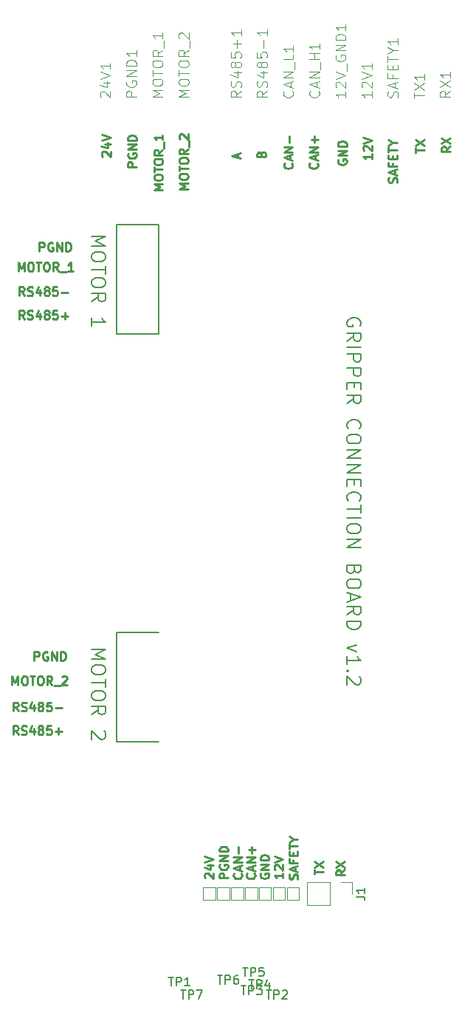
<source format=gbr>
%TF.GenerationSoftware,KiCad,Pcbnew,(6.0.1)*%
%TF.CreationDate,2022-01-31T09:22:11+01:00*%
%TF.ProjectId,GRIPPER_TWO_ADVANCED_CONECTION_BOARD,47524950-5045-4525-9f54-574f5f414456,rev?*%
%TF.SameCoordinates,Original*%
%TF.FileFunction,Legend,Top*%
%TF.FilePolarity,Positive*%
%FSLAX46Y46*%
G04 Gerber Fmt 4.6, Leading zero omitted, Abs format (unit mm)*
G04 Created by KiCad (PCBNEW (6.0.1)) date 2022-01-31 09:22:11*
%MOMM*%
%LPD*%
G01*
G04 APERTURE LIST*
%ADD10C,0.127000*%
%ADD11C,0.250000*%
%ADD12C,0.142240*%
%ADD13C,0.101600*%
%ADD14C,0.150000*%
%ADD15C,0.120000*%
G04 APERTURE END LIST*
D10*
X148396400Y-84811100D02*
X143596400Y-84811100D01*
X143596400Y-131561100D02*
X143596400Y-119061100D01*
X148396400Y-72311100D02*
X148396400Y-84811100D01*
X143596400Y-119061100D02*
X148396400Y-119061100D01*
X143596400Y-84811100D02*
X143596400Y-72311100D01*
X143596400Y-72311100D02*
X148396400Y-72311100D01*
X148396400Y-131561100D02*
X143596400Y-131561100D01*
D11*
X145852380Y-65685714D02*
X144852380Y-65685714D01*
X144852380Y-65304761D01*
X144900000Y-65209523D01*
X144947619Y-65161904D01*
X145042857Y-65114285D01*
X145185714Y-65114285D01*
X145280952Y-65161904D01*
X145328571Y-65209523D01*
X145376190Y-65304761D01*
X145376190Y-65685714D01*
X144900000Y-64161904D02*
X144852380Y-64257142D01*
X144852380Y-64400000D01*
X144900000Y-64542857D01*
X144995238Y-64638095D01*
X145090476Y-64685714D01*
X145280952Y-64733333D01*
X145423809Y-64733333D01*
X145614285Y-64685714D01*
X145709523Y-64638095D01*
X145804761Y-64542857D01*
X145852380Y-64400000D01*
X145852380Y-64304761D01*
X145804761Y-64161904D01*
X145757142Y-64114285D01*
X145423809Y-64114285D01*
X145423809Y-64304761D01*
X145852380Y-63685714D02*
X144852380Y-63685714D01*
X145852380Y-63114285D01*
X144852380Y-63114285D01*
X145852380Y-62638095D02*
X144852380Y-62638095D01*
X144852380Y-62400000D01*
X144900000Y-62257142D01*
X144995238Y-62161904D01*
X145090476Y-62114285D01*
X145280952Y-62066666D01*
X145423809Y-62066666D01*
X145614285Y-62114285D01*
X145709523Y-62161904D01*
X145804761Y-62257142D01*
X145852380Y-62400000D01*
X145852380Y-62638095D01*
X160128571Y-64228571D02*
X160176190Y-64085714D01*
X160223809Y-64038095D01*
X160319047Y-63990476D01*
X160461904Y-63990476D01*
X160557142Y-64038095D01*
X160604761Y-64085714D01*
X160652380Y-64180952D01*
X160652380Y-64561904D01*
X159652380Y-64561904D01*
X159652380Y-64228571D01*
X159700000Y-64133333D01*
X159747619Y-64085714D01*
X159842857Y-64038095D01*
X159938095Y-64038095D01*
X160033333Y-64085714D01*
X160080952Y-64133333D01*
X160128571Y-64228571D01*
X160128571Y-64561904D01*
X164304761Y-147304761D02*
X164352380Y-147161904D01*
X164352380Y-146923809D01*
X164304761Y-146828571D01*
X164257142Y-146780952D01*
X164161904Y-146733333D01*
X164066666Y-146733333D01*
X163971428Y-146780952D01*
X163923809Y-146828571D01*
X163876190Y-146923809D01*
X163828571Y-147114285D01*
X163780952Y-147209523D01*
X163733333Y-147257142D01*
X163638095Y-147304761D01*
X163542857Y-147304761D01*
X163447619Y-147257142D01*
X163400000Y-147209523D01*
X163352380Y-147114285D01*
X163352380Y-146876190D01*
X163400000Y-146733333D01*
X164066666Y-146352380D02*
X164066666Y-145876190D01*
X164352380Y-146447619D02*
X163352380Y-146114285D01*
X164352380Y-145780952D01*
X163828571Y-145114285D02*
X163828571Y-145447619D01*
X164352380Y-145447619D02*
X163352380Y-145447619D01*
X163352380Y-144971428D01*
X163828571Y-144590476D02*
X163828571Y-144257142D01*
X164352380Y-144114285D02*
X164352380Y-144590476D01*
X163352380Y-144590476D01*
X163352380Y-144114285D01*
X163352380Y-143828571D02*
X163352380Y-143257142D01*
X164352380Y-143542857D02*
X163352380Y-143542857D01*
X163876190Y-142733333D02*
X164352380Y-142733333D01*
X163352380Y-143066666D02*
X163876190Y-142733333D01*
X163352380Y-142400000D01*
X132285714Y-130752380D02*
X131952380Y-130276190D01*
X131714285Y-130752380D02*
X131714285Y-129752380D01*
X132095238Y-129752380D01*
X132190476Y-129800000D01*
X132238095Y-129847619D01*
X132285714Y-129942857D01*
X132285714Y-130085714D01*
X132238095Y-130180952D01*
X132190476Y-130228571D01*
X132095238Y-130276190D01*
X131714285Y-130276190D01*
X132666666Y-130704761D02*
X132809523Y-130752380D01*
X133047619Y-130752380D01*
X133142857Y-130704761D01*
X133190476Y-130657142D01*
X133238095Y-130561904D01*
X133238095Y-130466666D01*
X133190476Y-130371428D01*
X133142857Y-130323809D01*
X133047619Y-130276190D01*
X132857142Y-130228571D01*
X132761904Y-130180952D01*
X132714285Y-130133333D01*
X132666666Y-130038095D01*
X132666666Y-129942857D01*
X132714285Y-129847619D01*
X132761904Y-129800000D01*
X132857142Y-129752380D01*
X133095238Y-129752380D01*
X133238095Y-129800000D01*
X134095238Y-130085714D02*
X134095238Y-130752380D01*
X133857142Y-129704761D02*
X133619047Y-130419047D01*
X134238095Y-130419047D01*
X134761904Y-130180952D02*
X134666666Y-130133333D01*
X134619047Y-130085714D01*
X134571428Y-129990476D01*
X134571428Y-129942857D01*
X134619047Y-129847619D01*
X134666666Y-129800000D01*
X134761904Y-129752380D01*
X134952380Y-129752380D01*
X135047619Y-129800000D01*
X135095238Y-129847619D01*
X135142857Y-129942857D01*
X135142857Y-129990476D01*
X135095238Y-130085714D01*
X135047619Y-130133333D01*
X134952380Y-130180952D01*
X134761904Y-130180952D01*
X134666666Y-130228571D01*
X134619047Y-130276190D01*
X134571428Y-130371428D01*
X134571428Y-130561904D01*
X134619047Y-130657142D01*
X134666666Y-130704761D01*
X134761904Y-130752380D01*
X134952380Y-130752380D01*
X135047619Y-130704761D01*
X135095238Y-130657142D01*
X135142857Y-130561904D01*
X135142857Y-130371428D01*
X135095238Y-130276190D01*
X135047619Y-130228571D01*
X134952380Y-130180952D01*
X136047619Y-129752380D02*
X135571428Y-129752380D01*
X135523809Y-130228571D01*
X135571428Y-130180952D01*
X135666666Y-130133333D01*
X135904761Y-130133333D01*
X136000000Y-130180952D01*
X136047619Y-130228571D01*
X136095238Y-130323809D01*
X136095238Y-130561904D01*
X136047619Y-130657142D01*
X136000000Y-130704761D01*
X135904761Y-130752380D01*
X135666666Y-130752380D01*
X135571428Y-130704761D01*
X135523809Y-130657142D01*
X136523809Y-130371428D02*
X137285714Y-130371428D01*
X136904761Y-130752380D02*
X136904761Y-129990476D01*
X132285714Y-128052380D02*
X131952380Y-127576190D01*
X131714285Y-128052380D02*
X131714285Y-127052380D01*
X132095238Y-127052380D01*
X132190476Y-127100000D01*
X132238095Y-127147619D01*
X132285714Y-127242857D01*
X132285714Y-127385714D01*
X132238095Y-127480952D01*
X132190476Y-127528571D01*
X132095238Y-127576190D01*
X131714285Y-127576190D01*
X132666666Y-128004761D02*
X132809523Y-128052380D01*
X133047619Y-128052380D01*
X133142857Y-128004761D01*
X133190476Y-127957142D01*
X133238095Y-127861904D01*
X133238095Y-127766666D01*
X133190476Y-127671428D01*
X133142857Y-127623809D01*
X133047619Y-127576190D01*
X132857142Y-127528571D01*
X132761904Y-127480952D01*
X132714285Y-127433333D01*
X132666666Y-127338095D01*
X132666666Y-127242857D01*
X132714285Y-127147619D01*
X132761904Y-127100000D01*
X132857142Y-127052380D01*
X133095238Y-127052380D01*
X133238095Y-127100000D01*
X134095238Y-127385714D02*
X134095238Y-128052380D01*
X133857142Y-127004761D02*
X133619047Y-127719047D01*
X134238095Y-127719047D01*
X134761904Y-127480952D02*
X134666666Y-127433333D01*
X134619047Y-127385714D01*
X134571428Y-127290476D01*
X134571428Y-127242857D01*
X134619047Y-127147619D01*
X134666666Y-127100000D01*
X134761904Y-127052380D01*
X134952380Y-127052380D01*
X135047619Y-127100000D01*
X135095238Y-127147619D01*
X135142857Y-127242857D01*
X135142857Y-127290476D01*
X135095238Y-127385714D01*
X135047619Y-127433333D01*
X134952380Y-127480952D01*
X134761904Y-127480952D01*
X134666666Y-127528571D01*
X134619047Y-127576190D01*
X134571428Y-127671428D01*
X134571428Y-127861904D01*
X134619047Y-127957142D01*
X134666666Y-128004761D01*
X134761904Y-128052380D01*
X134952380Y-128052380D01*
X135047619Y-128004761D01*
X135095238Y-127957142D01*
X135142857Y-127861904D01*
X135142857Y-127671428D01*
X135095238Y-127576190D01*
X135047619Y-127528571D01*
X134952380Y-127480952D01*
X136047619Y-127052380D02*
X135571428Y-127052380D01*
X135523809Y-127528571D01*
X135571428Y-127480952D01*
X135666666Y-127433333D01*
X135904761Y-127433333D01*
X136000000Y-127480952D01*
X136047619Y-127528571D01*
X136095238Y-127623809D01*
X136095238Y-127861904D01*
X136047619Y-127957142D01*
X136000000Y-128004761D01*
X135904761Y-128052380D01*
X135666666Y-128052380D01*
X135571428Y-128004761D01*
X135523809Y-127957142D01*
X136523809Y-127671428D02*
X137285714Y-127671428D01*
X162652380Y-146619047D02*
X162652380Y-147190476D01*
X162652380Y-146904761D02*
X161652380Y-146904761D01*
X161795238Y-147000000D01*
X161890476Y-147095238D01*
X161938095Y-147190476D01*
X161747619Y-146238095D02*
X161700000Y-146190476D01*
X161652380Y-146095238D01*
X161652380Y-145857142D01*
X161700000Y-145761904D01*
X161747619Y-145714285D01*
X161842857Y-145666666D01*
X161938095Y-145666666D01*
X162080952Y-145714285D01*
X162652380Y-146285714D01*
X162652380Y-145666666D01*
X161652380Y-145380952D02*
X162652380Y-145047619D01*
X161652380Y-144714285D01*
X169752380Y-146266666D02*
X169276190Y-146600000D01*
X169752380Y-146838095D02*
X168752380Y-146838095D01*
X168752380Y-146457142D01*
X168800000Y-146361904D01*
X168847619Y-146314285D01*
X168942857Y-146266666D01*
X169085714Y-146266666D01*
X169180952Y-146314285D01*
X169228571Y-146361904D01*
X169276190Y-146457142D01*
X169276190Y-146838095D01*
X168752380Y-145933333D02*
X169752380Y-145266666D01*
X168752380Y-145266666D02*
X169752380Y-145933333D01*
X169000000Y-64861904D02*
X168952380Y-64957142D01*
X168952380Y-65100000D01*
X169000000Y-65242857D01*
X169095238Y-65338095D01*
X169190476Y-65385714D01*
X169380952Y-65433333D01*
X169523809Y-65433333D01*
X169714285Y-65385714D01*
X169809523Y-65338095D01*
X169904761Y-65242857D01*
X169952380Y-65100000D01*
X169952380Y-65004761D01*
X169904761Y-64861904D01*
X169857142Y-64814285D01*
X169523809Y-64814285D01*
X169523809Y-65004761D01*
X169952380Y-64385714D02*
X168952380Y-64385714D01*
X169952380Y-63814285D01*
X168952380Y-63814285D01*
X169952380Y-63338095D02*
X168952380Y-63338095D01*
X168952380Y-63100000D01*
X169000000Y-62957142D01*
X169095238Y-62861904D01*
X169190476Y-62814285D01*
X169380952Y-62766666D01*
X169523809Y-62766666D01*
X169714285Y-62814285D01*
X169809523Y-62861904D01*
X169904761Y-62957142D01*
X169952380Y-63100000D01*
X169952380Y-63338095D01*
D12*
X171535760Y-83938749D02*
X171613653Y-83782962D01*
X171613653Y-83549282D01*
X171535760Y-83315602D01*
X171379973Y-83159816D01*
X171224186Y-83081922D01*
X170912613Y-83004029D01*
X170678933Y-83004029D01*
X170367360Y-83081922D01*
X170211573Y-83159816D01*
X170055786Y-83315602D01*
X169977893Y-83549282D01*
X169977893Y-83705069D01*
X170055786Y-83938749D01*
X170133680Y-84016642D01*
X170678933Y-84016642D01*
X170678933Y-83705069D01*
X169977893Y-85652402D02*
X170756826Y-85107149D01*
X169977893Y-84717682D02*
X171613653Y-84717682D01*
X171613653Y-85340829D01*
X171535760Y-85496616D01*
X171457866Y-85574509D01*
X171302080Y-85652402D01*
X171068400Y-85652402D01*
X170912613Y-85574509D01*
X170834720Y-85496616D01*
X170756826Y-85340829D01*
X170756826Y-84717682D01*
X169977893Y-86353442D02*
X171613653Y-86353442D01*
X169977893Y-87132376D02*
X171613653Y-87132376D01*
X171613653Y-87755522D01*
X171535760Y-87911309D01*
X171457866Y-87989202D01*
X171302080Y-88067096D01*
X171068400Y-88067096D01*
X170912613Y-87989202D01*
X170834720Y-87911309D01*
X170756826Y-87755522D01*
X170756826Y-87132376D01*
X169977893Y-88768136D02*
X171613653Y-88768136D01*
X171613653Y-89391282D01*
X171535760Y-89547069D01*
X171457866Y-89624962D01*
X171302080Y-89702856D01*
X171068400Y-89702856D01*
X170912613Y-89624962D01*
X170834720Y-89547069D01*
X170756826Y-89391282D01*
X170756826Y-88768136D01*
X170834720Y-90403896D02*
X170834720Y-90949149D01*
X169977893Y-91182829D02*
X169977893Y-90403896D01*
X171613653Y-90403896D01*
X171613653Y-91182829D01*
X169977893Y-92818589D02*
X170756826Y-92273336D01*
X169977893Y-91883869D02*
X171613653Y-91883869D01*
X171613653Y-92507016D01*
X171535760Y-92662802D01*
X171457866Y-92740696D01*
X171302080Y-92818589D01*
X171068400Y-92818589D01*
X170912613Y-92740696D01*
X170834720Y-92662802D01*
X170756826Y-92507016D01*
X170756826Y-91883869D01*
X170133680Y-95700642D02*
X170055786Y-95622749D01*
X169977893Y-95389069D01*
X169977893Y-95233282D01*
X170055786Y-94999602D01*
X170211573Y-94843816D01*
X170367360Y-94765922D01*
X170678933Y-94688029D01*
X170912613Y-94688029D01*
X171224186Y-94765922D01*
X171379973Y-94843816D01*
X171535760Y-94999602D01*
X171613653Y-95233282D01*
X171613653Y-95389069D01*
X171535760Y-95622749D01*
X171457866Y-95700642D01*
X171613653Y-96713256D02*
X171613653Y-97024829D01*
X171535760Y-97180616D01*
X171379973Y-97336402D01*
X171068400Y-97414296D01*
X170523146Y-97414296D01*
X170211573Y-97336402D01*
X170055786Y-97180616D01*
X169977893Y-97024829D01*
X169977893Y-96713256D01*
X170055786Y-96557469D01*
X170211573Y-96401682D01*
X170523146Y-96323789D01*
X171068400Y-96323789D01*
X171379973Y-96401682D01*
X171535760Y-96557469D01*
X171613653Y-96713256D01*
X169977893Y-98115336D02*
X171613653Y-98115336D01*
X169977893Y-99050056D01*
X171613653Y-99050056D01*
X169977893Y-99828989D02*
X171613653Y-99828989D01*
X169977893Y-100763709D01*
X171613653Y-100763709D01*
X170834720Y-101542642D02*
X170834720Y-102087896D01*
X169977893Y-102321576D02*
X169977893Y-101542642D01*
X171613653Y-101542642D01*
X171613653Y-102321576D01*
X170133680Y-103957336D02*
X170055786Y-103879442D01*
X169977893Y-103645762D01*
X169977893Y-103489976D01*
X170055786Y-103256296D01*
X170211573Y-103100509D01*
X170367360Y-103022616D01*
X170678933Y-102944722D01*
X170912613Y-102944722D01*
X171224186Y-103022616D01*
X171379973Y-103100509D01*
X171535760Y-103256296D01*
X171613653Y-103489976D01*
X171613653Y-103645762D01*
X171535760Y-103879442D01*
X171457866Y-103957336D01*
X171613653Y-104424696D02*
X171613653Y-105359416D01*
X169977893Y-104892056D02*
X171613653Y-104892056D01*
X169977893Y-105904669D02*
X171613653Y-105904669D01*
X171613653Y-106995176D02*
X171613653Y-107306749D01*
X171535760Y-107462536D01*
X171379973Y-107618322D01*
X171068400Y-107696216D01*
X170523146Y-107696216D01*
X170211573Y-107618322D01*
X170055786Y-107462536D01*
X169977893Y-107306749D01*
X169977893Y-106995176D01*
X170055786Y-106839389D01*
X170211573Y-106683602D01*
X170523146Y-106605709D01*
X171068400Y-106605709D01*
X171379973Y-106683602D01*
X171535760Y-106839389D01*
X171613653Y-106995176D01*
X169977893Y-108397256D02*
X171613653Y-108397256D01*
X169977893Y-109331976D01*
X171613653Y-109331976D01*
X170834720Y-111902456D02*
X170756826Y-112136136D01*
X170678933Y-112214029D01*
X170523146Y-112291922D01*
X170289466Y-112291922D01*
X170133680Y-112214029D01*
X170055786Y-112136136D01*
X169977893Y-111980349D01*
X169977893Y-111357202D01*
X171613653Y-111357202D01*
X171613653Y-111902456D01*
X171535760Y-112058242D01*
X171457866Y-112136136D01*
X171302080Y-112214029D01*
X171146293Y-112214029D01*
X170990506Y-112136136D01*
X170912613Y-112058242D01*
X170834720Y-111902456D01*
X170834720Y-111357202D01*
X171613653Y-113304536D02*
X171613653Y-113616109D01*
X171535760Y-113771896D01*
X171379973Y-113927682D01*
X171068400Y-114005576D01*
X170523146Y-114005576D01*
X170211573Y-113927682D01*
X170055786Y-113771896D01*
X169977893Y-113616109D01*
X169977893Y-113304536D01*
X170055786Y-113148749D01*
X170211573Y-112992962D01*
X170523146Y-112915069D01*
X171068400Y-112915069D01*
X171379973Y-112992962D01*
X171535760Y-113148749D01*
X171613653Y-113304536D01*
X170445253Y-114628722D02*
X170445253Y-115407656D01*
X169977893Y-114472936D02*
X171613653Y-115018189D01*
X169977893Y-115563442D01*
X169977893Y-117043416D02*
X170756826Y-116498162D01*
X169977893Y-116108696D02*
X171613653Y-116108696D01*
X171613653Y-116731842D01*
X171535760Y-116887629D01*
X171457866Y-116965522D01*
X171302080Y-117043416D01*
X171068400Y-117043416D01*
X170912613Y-116965522D01*
X170834720Y-116887629D01*
X170756826Y-116731842D01*
X170756826Y-116108696D01*
X169977893Y-117744456D02*
X171613653Y-117744456D01*
X171613653Y-118133922D01*
X171535760Y-118367602D01*
X171379973Y-118523389D01*
X171224186Y-118601282D01*
X170912613Y-118679176D01*
X170678933Y-118679176D01*
X170367360Y-118601282D01*
X170211573Y-118523389D01*
X170055786Y-118367602D01*
X169977893Y-118133922D01*
X169977893Y-117744456D01*
X171068400Y-120470722D02*
X169977893Y-120860189D01*
X171068400Y-121249656D01*
X169977893Y-122729629D02*
X169977893Y-121794909D01*
X169977893Y-122262269D02*
X171613653Y-122262269D01*
X171379973Y-122106482D01*
X171224186Y-121950696D01*
X171146293Y-121794909D01*
X170133680Y-123430669D02*
X170055786Y-123508562D01*
X169977893Y-123430669D01*
X170055786Y-123352776D01*
X170133680Y-123430669D01*
X169977893Y-123430669D01*
X171457866Y-124131709D02*
X171535760Y-124209602D01*
X171613653Y-124365389D01*
X171613653Y-124754856D01*
X171535760Y-124910642D01*
X171457866Y-124988536D01*
X171302080Y-125066429D01*
X171146293Y-125066429D01*
X170912613Y-124988536D01*
X169977893Y-124053816D01*
X169977893Y-125066429D01*
D11*
X131580952Y-125052380D02*
X131580952Y-124052380D01*
X131914285Y-124766666D01*
X132247619Y-124052380D01*
X132247619Y-125052380D01*
X132914285Y-124052380D02*
X133104761Y-124052380D01*
X133200000Y-124100000D01*
X133295238Y-124195238D01*
X133342857Y-124385714D01*
X133342857Y-124719047D01*
X133295238Y-124909523D01*
X133200000Y-125004761D01*
X133104761Y-125052380D01*
X132914285Y-125052380D01*
X132819047Y-125004761D01*
X132723809Y-124909523D01*
X132676190Y-124719047D01*
X132676190Y-124385714D01*
X132723809Y-124195238D01*
X132819047Y-124100000D01*
X132914285Y-124052380D01*
X133628571Y-124052380D02*
X134200000Y-124052380D01*
X133914285Y-125052380D02*
X133914285Y-124052380D01*
X134723809Y-124052380D02*
X134914285Y-124052380D01*
X135009523Y-124100000D01*
X135104761Y-124195238D01*
X135152380Y-124385714D01*
X135152380Y-124719047D01*
X135104761Y-124909523D01*
X135009523Y-125004761D01*
X134914285Y-125052380D01*
X134723809Y-125052380D01*
X134628571Y-125004761D01*
X134533333Y-124909523D01*
X134485714Y-124719047D01*
X134485714Y-124385714D01*
X134533333Y-124195238D01*
X134628571Y-124100000D01*
X134723809Y-124052380D01*
X136152380Y-125052380D02*
X135819047Y-124576190D01*
X135580952Y-125052380D02*
X135580952Y-124052380D01*
X135961904Y-124052380D01*
X136057142Y-124100000D01*
X136104761Y-124147619D01*
X136152380Y-124242857D01*
X136152380Y-124385714D01*
X136104761Y-124480952D01*
X136057142Y-124528571D01*
X135961904Y-124576190D01*
X135580952Y-124576190D01*
X136342857Y-125147619D02*
X137104761Y-125147619D01*
X137295238Y-124147619D02*
X137342857Y-124100000D01*
X137438095Y-124052380D01*
X137676190Y-124052380D01*
X137771428Y-124100000D01*
X137819047Y-124147619D01*
X137866666Y-124242857D01*
X137866666Y-124338095D01*
X137819047Y-124480952D01*
X137247619Y-125052380D01*
X137866666Y-125052380D01*
X166252380Y-146761904D02*
X166252380Y-146190476D01*
X167252380Y-146476190D02*
X166252380Y-146476190D01*
X166252380Y-145952380D02*
X167252380Y-145285714D01*
X166252380Y-145285714D02*
X167252380Y-145952380D01*
X134714285Y-75352380D02*
X134714285Y-74352380D01*
X135095238Y-74352380D01*
X135190476Y-74400000D01*
X135238095Y-74447619D01*
X135285714Y-74542857D01*
X135285714Y-74685714D01*
X135238095Y-74780952D01*
X135190476Y-74828571D01*
X135095238Y-74876190D01*
X134714285Y-74876190D01*
X136238095Y-74400000D02*
X136142857Y-74352380D01*
X136000000Y-74352380D01*
X135857142Y-74400000D01*
X135761904Y-74495238D01*
X135714285Y-74590476D01*
X135666666Y-74780952D01*
X135666666Y-74923809D01*
X135714285Y-75114285D01*
X135761904Y-75209523D01*
X135857142Y-75304761D01*
X136000000Y-75352380D01*
X136095238Y-75352380D01*
X136238095Y-75304761D01*
X136285714Y-75257142D01*
X136285714Y-74923809D01*
X136095238Y-74923809D01*
X136714285Y-75352380D02*
X136714285Y-74352380D01*
X137285714Y-75352380D01*
X137285714Y-74352380D01*
X137761904Y-75352380D02*
X137761904Y-74352380D01*
X138000000Y-74352380D01*
X138142857Y-74400000D01*
X138238095Y-74495238D01*
X138285714Y-74590476D01*
X138333333Y-74780952D01*
X138333333Y-74923809D01*
X138285714Y-75114285D01*
X138238095Y-75209523D01*
X138142857Y-75304761D01*
X138000000Y-75352380D01*
X137761904Y-75352380D01*
X181852380Y-63366666D02*
X181376190Y-63700000D01*
X181852380Y-63938095D02*
X180852380Y-63938095D01*
X180852380Y-63557142D01*
X180900000Y-63461904D01*
X180947619Y-63414285D01*
X181042857Y-63366666D01*
X181185714Y-63366666D01*
X181280952Y-63414285D01*
X181328571Y-63461904D01*
X181376190Y-63557142D01*
X181376190Y-63938095D01*
X180852380Y-63033333D02*
X181852380Y-62366666D01*
X180852380Y-62366666D02*
X181852380Y-63033333D01*
X159357142Y-146661904D02*
X159404761Y-146709523D01*
X159452380Y-146852380D01*
X159452380Y-146947619D01*
X159404761Y-147090476D01*
X159309523Y-147185714D01*
X159214285Y-147233333D01*
X159023809Y-147280952D01*
X158880952Y-147280952D01*
X158690476Y-147233333D01*
X158595238Y-147185714D01*
X158500000Y-147090476D01*
X158452380Y-146947619D01*
X158452380Y-146852380D01*
X158500000Y-146709523D01*
X158547619Y-146661904D01*
X159166666Y-146280952D02*
X159166666Y-145804761D01*
X159452380Y-146376190D02*
X158452380Y-146042857D01*
X159452380Y-145709523D01*
X159452380Y-145376190D02*
X158452380Y-145376190D01*
X159452380Y-144804761D01*
X158452380Y-144804761D01*
X159071428Y-144328571D02*
X159071428Y-143566666D01*
X159452380Y-143947619D02*
X158690476Y-143947619D01*
X175704761Y-67504761D02*
X175752380Y-67361904D01*
X175752380Y-67123809D01*
X175704761Y-67028571D01*
X175657142Y-66980952D01*
X175561904Y-66933333D01*
X175466666Y-66933333D01*
X175371428Y-66980952D01*
X175323809Y-67028571D01*
X175276190Y-67123809D01*
X175228571Y-67314285D01*
X175180952Y-67409523D01*
X175133333Y-67457142D01*
X175038095Y-67504761D01*
X174942857Y-67504761D01*
X174847619Y-67457142D01*
X174800000Y-67409523D01*
X174752380Y-67314285D01*
X174752380Y-67076190D01*
X174800000Y-66933333D01*
X175466666Y-66552380D02*
X175466666Y-66076190D01*
X175752380Y-66647619D02*
X174752380Y-66314285D01*
X175752380Y-65980952D01*
X175228571Y-65314285D02*
X175228571Y-65647619D01*
X175752380Y-65647619D02*
X174752380Y-65647619D01*
X174752380Y-65171428D01*
X175228571Y-64790476D02*
X175228571Y-64457142D01*
X175752380Y-64314285D02*
X175752380Y-64790476D01*
X174752380Y-64790476D01*
X174752380Y-64314285D01*
X174752380Y-64028571D02*
X174752380Y-63457142D01*
X175752380Y-63742857D02*
X174752380Y-63742857D01*
X175276190Y-62933333D02*
X175752380Y-62933333D01*
X174752380Y-63266666D02*
X175276190Y-62933333D01*
X174752380Y-62600000D01*
X132985714Y-83152380D02*
X132652380Y-82676190D01*
X132414285Y-83152380D02*
X132414285Y-82152380D01*
X132795238Y-82152380D01*
X132890476Y-82200000D01*
X132938095Y-82247619D01*
X132985714Y-82342857D01*
X132985714Y-82485714D01*
X132938095Y-82580952D01*
X132890476Y-82628571D01*
X132795238Y-82676190D01*
X132414285Y-82676190D01*
X133366666Y-83104761D02*
X133509523Y-83152380D01*
X133747619Y-83152380D01*
X133842857Y-83104761D01*
X133890476Y-83057142D01*
X133938095Y-82961904D01*
X133938095Y-82866666D01*
X133890476Y-82771428D01*
X133842857Y-82723809D01*
X133747619Y-82676190D01*
X133557142Y-82628571D01*
X133461904Y-82580952D01*
X133414285Y-82533333D01*
X133366666Y-82438095D01*
X133366666Y-82342857D01*
X133414285Y-82247619D01*
X133461904Y-82200000D01*
X133557142Y-82152380D01*
X133795238Y-82152380D01*
X133938095Y-82200000D01*
X134795238Y-82485714D02*
X134795238Y-83152380D01*
X134557142Y-82104761D02*
X134319047Y-82819047D01*
X134938095Y-82819047D01*
X135461904Y-82580952D02*
X135366666Y-82533333D01*
X135319047Y-82485714D01*
X135271428Y-82390476D01*
X135271428Y-82342857D01*
X135319047Y-82247619D01*
X135366666Y-82200000D01*
X135461904Y-82152380D01*
X135652380Y-82152380D01*
X135747619Y-82200000D01*
X135795238Y-82247619D01*
X135842857Y-82342857D01*
X135842857Y-82390476D01*
X135795238Y-82485714D01*
X135747619Y-82533333D01*
X135652380Y-82580952D01*
X135461904Y-82580952D01*
X135366666Y-82628571D01*
X135319047Y-82676190D01*
X135271428Y-82771428D01*
X135271428Y-82961904D01*
X135319047Y-83057142D01*
X135366666Y-83104761D01*
X135461904Y-83152380D01*
X135652380Y-83152380D01*
X135747619Y-83104761D01*
X135795238Y-83057142D01*
X135842857Y-82961904D01*
X135842857Y-82771428D01*
X135795238Y-82676190D01*
X135747619Y-82628571D01*
X135652380Y-82580952D01*
X136747619Y-82152380D02*
X136271428Y-82152380D01*
X136223809Y-82628571D01*
X136271428Y-82580952D01*
X136366666Y-82533333D01*
X136604761Y-82533333D01*
X136700000Y-82580952D01*
X136747619Y-82628571D01*
X136795238Y-82723809D01*
X136795238Y-82961904D01*
X136747619Y-83057142D01*
X136700000Y-83104761D01*
X136604761Y-83152380D01*
X136366666Y-83152380D01*
X136271428Y-83104761D01*
X136223809Y-83057142D01*
X137223809Y-82771428D02*
X137985714Y-82771428D01*
X137604761Y-83152380D02*
X137604761Y-82390476D01*
X151752380Y-68219047D02*
X150752380Y-68219047D01*
X151466666Y-67885714D01*
X150752380Y-67552380D01*
X151752380Y-67552380D01*
X150752380Y-66885714D02*
X150752380Y-66695238D01*
X150800000Y-66600000D01*
X150895238Y-66504761D01*
X151085714Y-66457142D01*
X151419047Y-66457142D01*
X151609523Y-66504761D01*
X151704761Y-66600000D01*
X151752380Y-66695238D01*
X151752380Y-66885714D01*
X151704761Y-66980952D01*
X151609523Y-67076190D01*
X151419047Y-67123809D01*
X151085714Y-67123809D01*
X150895238Y-67076190D01*
X150800000Y-66980952D01*
X150752380Y-66885714D01*
X150752380Y-66171428D02*
X150752380Y-65600000D01*
X151752380Y-65885714D02*
X150752380Y-65885714D01*
X150752380Y-65076190D02*
X150752380Y-64885714D01*
X150800000Y-64790476D01*
X150895238Y-64695238D01*
X151085714Y-64647619D01*
X151419047Y-64647619D01*
X151609523Y-64695238D01*
X151704761Y-64790476D01*
X151752380Y-64885714D01*
X151752380Y-65076190D01*
X151704761Y-65171428D01*
X151609523Y-65266666D01*
X151419047Y-65314285D01*
X151085714Y-65314285D01*
X150895238Y-65266666D01*
X150800000Y-65171428D01*
X150752380Y-65076190D01*
X151752380Y-63647619D02*
X151276190Y-63980952D01*
X151752380Y-64219047D02*
X150752380Y-64219047D01*
X150752380Y-63838095D01*
X150800000Y-63742857D01*
X150847619Y-63695238D01*
X150942857Y-63647619D01*
X151085714Y-63647619D01*
X151180952Y-63695238D01*
X151228571Y-63742857D01*
X151276190Y-63838095D01*
X151276190Y-64219047D01*
X151847619Y-63457142D02*
X151847619Y-62695238D01*
X150847619Y-62504761D02*
X150800000Y-62457142D01*
X150752380Y-62361904D01*
X150752380Y-62123809D01*
X150800000Y-62028571D01*
X150847619Y-61980952D01*
X150942857Y-61933333D01*
X151038095Y-61933333D01*
X151180952Y-61980952D01*
X151752380Y-62552380D01*
X151752380Y-61933333D01*
X132985714Y-80452380D02*
X132652380Y-79976190D01*
X132414285Y-80452380D02*
X132414285Y-79452380D01*
X132795238Y-79452380D01*
X132890476Y-79500000D01*
X132938095Y-79547619D01*
X132985714Y-79642857D01*
X132985714Y-79785714D01*
X132938095Y-79880952D01*
X132890476Y-79928571D01*
X132795238Y-79976190D01*
X132414285Y-79976190D01*
X133366666Y-80404761D02*
X133509523Y-80452380D01*
X133747619Y-80452380D01*
X133842857Y-80404761D01*
X133890476Y-80357142D01*
X133938095Y-80261904D01*
X133938095Y-80166666D01*
X133890476Y-80071428D01*
X133842857Y-80023809D01*
X133747619Y-79976190D01*
X133557142Y-79928571D01*
X133461904Y-79880952D01*
X133414285Y-79833333D01*
X133366666Y-79738095D01*
X133366666Y-79642857D01*
X133414285Y-79547619D01*
X133461904Y-79500000D01*
X133557142Y-79452380D01*
X133795238Y-79452380D01*
X133938095Y-79500000D01*
X134795238Y-79785714D02*
X134795238Y-80452380D01*
X134557142Y-79404761D02*
X134319047Y-80119047D01*
X134938095Y-80119047D01*
X135461904Y-79880952D02*
X135366666Y-79833333D01*
X135319047Y-79785714D01*
X135271428Y-79690476D01*
X135271428Y-79642857D01*
X135319047Y-79547619D01*
X135366666Y-79500000D01*
X135461904Y-79452380D01*
X135652380Y-79452380D01*
X135747619Y-79500000D01*
X135795238Y-79547619D01*
X135842857Y-79642857D01*
X135842857Y-79690476D01*
X135795238Y-79785714D01*
X135747619Y-79833333D01*
X135652380Y-79880952D01*
X135461904Y-79880952D01*
X135366666Y-79928571D01*
X135319047Y-79976190D01*
X135271428Y-80071428D01*
X135271428Y-80261904D01*
X135319047Y-80357142D01*
X135366666Y-80404761D01*
X135461904Y-80452380D01*
X135652380Y-80452380D01*
X135747619Y-80404761D01*
X135795238Y-80357142D01*
X135842857Y-80261904D01*
X135842857Y-80071428D01*
X135795238Y-79976190D01*
X135747619Y-79928571D01*
X135652380Y-79880952D01*
X136747619Y-79452380D02*
X136271428Y-79452380D01*
X136223809Y-79928571D01*
X136271428Y-79880952D01*
X136366666Y-79833333D01*
X136604761Y-79833333D01*
X136700000Y-79880952D01*
X136747619Y-79928571D01*
X136795238Y-80023809D01*
X136795238Y-80261904D01*
X136747619Y-80357142D01*
X136700000Y-80404761D01*
X136604761Y-80452380D01*
X136366666Y-80452380D01*
X136271428Y-80404761D01*
X136223809Y-80357142D01*
X137223809Y-80071428D02*
X137985714Y-80071428D01*
X153747619Y-147190476D02*
X153700000Y-147142857D01*
X153652380Y-147047619D01*
X153652380Y-146809523D01*
X153700000Y-146714285D01*
X153747619Y-146666666D01*
X153842857Y-146619047D01*
X153938095Y-146619047D01*
X154080952Y-146666666D01*
X154652380Y-147238095D01*
X154652380Y-146619047D01*
X153985714Y-145761904D02*
X154652380Y-145761904D01*
X153604761Y-146000000D02*
X154319047Y-146238095D01*
X154319047Y-145619047D01*
X153652380Y-145380952D02*
X154652380Y-145047619D01*
X153652380Y-144714285D01*
X132280952Y-77652380D02*
X132280952Y-76652380D01*
X132614285Y-77366666D01*
X132947619Y-76652380D01*
X132947619Y-77652380D01*
X133614285Y-76652380D02*
X133804761Y-76652380D01*
X133900000Y-76700000D01*
X133995238Y-76795238D01*
X134042857Y-76985714D01*
X134042857Y-77319047D01*
X133995238Y-77509523D01*
X133900000Y-77604761D01*
X133804761Y-77652380D01*
X133614285Y-77652380D01*
X133519047Y-77604761D01*
X133423809Y-77509523D01*
X133376190Y-77319047D01*
X133376190Y-76985714D01*
X133423809Y-76795238D01*
X133519047Y-76700000D01*
X133614285Y-76652380D01*
X134328571Y-76652380D02*
X134900000Y-76652380D01*
X134614285Y-77652380D02*
X134614285Y-76652380D01*
X135423809Y-76652380D02*
X135614285Y-76652380D01*
X135709523Y-76700000D01*
X135804761Y-76795238D01*
X135852380Y-76985714D01*
X135852380Y-77319047D01*
X135804761Y-77509523D01*
X135709523Y-77604761D01*
X135614285Y-77652380D01*
X135423809Y-77652380D01*
X135328571Y-77604761D01*
X135233333Y-77509523D01*
X135185714Y-77319047D01*
X135185714Y-76985714D01*
X135233333Y-76795238D01*
X135328571Y-76700000D01*
X135423809Y-76652380D01*
X136852380Y-77652380D02*
X136519047Y-77176190D01*
X136280952Y-77652380D02*
X136280952Y-76652380D01*
X136661904Y-76652380D01*
X136757142Y-76700000D01*
X136804761Y-76747619D01*
X136852380Y-76842857D01*
X136852380Y-76985714D01*
X136804761Y-77080952D01*
X136757142Y-77128571D01*
X136661904Y-77176190D01*
X136280952Y-77176190D01*
X137042857Y-77747619D02*
X137804761Y-77747619D01*
X138566666Y-77652380D02*
X137995238Y-77652380D01*
X138280952Y-77652380D02*
X138280952Y-76652380D01*
X138185714Y-76795238D01*
X138090476Y-76890476D01*
X137995238Y-76938095D01*
X141947619Y-64490476D02*
X141900000Y-64442857D01*
X141852380Y-64347619D01*
X141852380Y-64109523D01*
X141900000Y-64014285D01*
X141947619Y-63966666D01*
X142042857Y-63919047D01*
X142138095Y-63919047D01*
X142280952Y-63966666D01*
X142852380Y-64538095D01*
X142852380Y-63919047D01*
X142185714Y-63061904D02*
X142852380Y-63061904D01*
X141804761Y-63300000D02*
X142519047Y-63538095D01*
X142519047Y-62919047D01*
X141852380Y-62680952D02*
X142852380Y-62347619D01*
X141852380Y-62014285D01*
X166557142Y-65261904D02*
X166604761Y-65309523D01*
X166652380Y-65452380D01*
X166652380Y-65547619D01*
X166604761Y-65690476D01*
X166509523Y-65785714D01*
X166414285Y-65833333D01*
X166223809Y-65880952D01*
X166080952Y-65880952D01*
X165890476Y-65833333D01*
X165795238Y-65785714D01*
X165700000Y-65690476D01*
X165652380Y-65547619D01*
X165652380Y-65452380D01*
X165700000Y-65309523D01*
X165747619Y-65261904D01*
X166366666Y-64880952D02*
X166366666Y-64404761D01*
X166652380Y-64976190D02*
X165652380Y-64642857D01*
X166652380Y-64309523D01*
X166652380Y-63976190D02*
X165652380Y-63976190D01*
X166652380Y-63404761D01*
X165652380Y-63404761D01*
X166271428Y-62928571D02*
X166271428Y-62166666D01*
X166652380Y-62547619D02*
X165890476Y-62547619D01*
X157857142Y-146661904D02*
X157904761Y-146709523D01*
X157952380Y-146852380D01*
X157952380Y-146947619D01*
X157904761Y-147090476D01*
X157809523Y-147185714D01*
X157714285Y-147233333D01*
X157523809Y-147280952D01*
X157380952Y-147280952D01*
X157190476Y-147233333D01*
X157095238Y-147185714D01*
X157000000Y-147090476D01*
X156952380Y-146947619D01*
X156952380Y-146852380D01*
X157000000Y-146709523D01*
X157047619Y-146661904D01*
X157666666Y-146280952D02*
X157666666Y-145804761D01*
X157952380Y-146376190D02*
X156952380Y-146042857D01*
X157952380Y-145709523D01*
X157952380Y-145376190D02*
X156952380Y-145376190D01*
X157952380Y-144804761D01*
X156952380Y-144804761D01*
X157571428Y-144328571D02*
X157571428Y-143566666D01*
X157466666Y-64638095D02*
X157466666Y-64161904D01*
X157752380Y-64733333D02*
X156752380Y-64400000D01*
X157752380Y-64066666D01*
X148852380Y-68319047D02*
X147852380Y-68319047D01*
X148566666Y-67985714D01*
X147852380Y-67652380D01*
X148852380Y-67652380D01*
X147852380Y-66985714D02*
X147852380Y-66795238D01*
X147900000Y-66700000D01*
X147995238Y-66604761D01*
X148185714Y-66557142D01*
X148519047Y-66557142D01*
X148709523Y-66604761D01*
X148804761Y-66700000D01*
X148852380Y-66795238D01*
X148852380Y-66985714D01*
X148804761Y-67080952D01*
X148709523Y-67176190D01*
X148519047Y-67223809D01*
X148185714Y-67223809D01*
X147995238Y-67176190D01*
X147900000Y-67080952D01*
X147852380Y-66985714D01*
X147852380Y-66271428D02*
X147852380Y-65700000D01*
X148852380Y-65985714D02*
X147852380Y-65985714D01*
X147852380Y-65176190D02*
X147852380Y-64985714D01*
X147900000Y-64890476D01*
X147995238Y-64795238D01*
X148185714Y-64747619D01*
X148519047Y-64747619D01*
X148709523Y-64795238D01*
X148804761Y-64890476D01*
X148852380Y-64985714D01*
X148852380Y-65176190D01*
X148804761Y-65271428D01*
X148709523Y-65366666D01*
X148519047Y-65414285D01*
X148185714Y-65414285D01*
X147995238Y-65366666D01*
X147900000Y-65271428D01*
X147852380Y-65176190D01*
X148852380Y-63747619D02*
X148376190Y-64080952D01*
X148852380Y-64319047D02*
X147852380Y-64319047D01*
X147852380Y-63938095D01*
X147900000Y-63842857D01*
X147947619Y-63795238D01*
X148042857Y-63747619D01*
X148185714Y-63747619D01*
X148280952Y-63795238D01*
X148328571Y-63842857D01*
X148376190Y-63938095D01*
X148376190Y-64319047D01*
X148947619Y-63557142D02*
X148947619Y-62795238D01*
X148852380Y-62033333D02*
X148852380Y-62604761D01*
X148852380Y-62319047D02*
X147852380Y-62319047D01*
X147995238Y-62414285D01*
X148090476Y-62509523D01*
X148138095Y-62604761D01*
X163657142Y-65261904D02*
X163704761Y-65309523D01*
X163752380Y-65452380D01*
X163752380Y-65547619D01*
X163704761Y-65690476D01*
X163609523Y-65785714D01*
X163514285Y-65833333D01*
X163323809Y-65880952D01*
X163180952Y-65880952D01*
X162990476Y-65833333D01*
X162895238Y-65785714D01*
X162800000Y-65690476D01*
X162752380Y-65547619D01*
X162752380Y-65452380D01*
X162800000Y-65309523D01*
X162847619Y-65261904D01*
X163466666Y-64880952D02*
X163466666Y-64404761D01*
X163752380Y-64976190D02*
X162752380Y-64642857D01*
X163752380Y-64309523D01*
X163752380Y-63976190D02*
X162752380Y-63976190D01*
X163752380Y-63404761D01*
X162752380Y-63404761D01*
X163371428Y-62928571D02*
X163371428Y-62166666D01*
D12*
X140675893Y-73673422D02*
X142311653Y-73673422D01*
X141143253Y-74218676D01*
X142311653Y-74763929D01*
X140675893Y-74763929D01*
X142311653Y-75854436D02*
X142311653Y-76166009D01*
X142233760Y-76321796D01*
X142077973Y-76477582D01*
X141766400Y-76555476D01*
X141221146Y-76555476D01*
X140909573Y-76477582D01*
X140753786Y-76321796D01*
X140675893Y-76166009D01*
X140675893Y-75854436D01*
X140753786Y-75698649D01*
X140909573Y-75542862D01*
X141221146Y-75464969D01*
X141766400Y-75464969D01*
X142077973Y-75542862D01*
X142233760Y-75698649D01*
X142311653Y-75854436D01*
X142311653Y-77022836D02*
X142311653Y-77957556D01*
X140675893Y-77490196D02*
X142311653Y-77490196D01*
X142311653Y-78814382D02*
X142311653Y-79125956D01*
X142233760Y-79281742D01*
X142077973Y-79437529D01*
X141766400Y-79515422D01*
X141221146Y-79515422D01*
X140909573Y-79437529D01*
X140753786Y-79281742D01*
X140675893Y-79125956D01*
X140675893Y-78814382D01*
X140753786Y-78658596D01*
X140909573Y-78502809D01*
X141221146Y-78424916D01*
X141766400Y-78424916D01*
X142077973Y-78502809D01*
X142233760Y-78658596D01*
X142311653Y-78814382D01*
X140675893Y-81151182D02*
X141454826Y-80605929D01*
X140675893Y-80216462D02*
X142311653Y-80216462D01*
X142311653Y-80839609D01*
X142233760Y-80995396D01*
X142155866Y-81073289D01*
X142000080Y-81151182D01*
X141766400Y-81151182D01*
X141610613Y-81073289D01*
X141532720Y-80995396D01*
X141454826Y-80839609D01*
X141454826Y-80216462D01*
X140675893Y-83955342D02*
X140675893Y-83020622D01*
X140675893Y-83487982D02*
X142311653Y-83487982D01*
X142077973Y-83332196D01*
X141922186Y-83176409D01*
X141844293Y-83020622D01*
D11*
X134114285Y-122252380D02*
X134114285Y-121252380D01*
X134495238Y-121252380D01*
X134590476Y-121300000D01*
X134638095Y-121347619D01*
X134685714Y-121442857D01*
X134685714Y-121585714D01*
X134638095Y-121680952D01*
X134590476Y-121728571D01*
X134495238Y-121776190D01*
X134114285Y-121776190D01*
X135638095Y-121300000D02*
X135542857Y-121252380D01*
X135400000Y-121252380D01*
X135257142Y-121300000D01*
X135161904Y-121395238D01*
X135114285Y-121490476D01*
X135066666Y-121680952D01*
X135066666Y-121823809D01*
X135114285Y-122014285D01*
X135161904Y-122109523D01*
X135257142Y-122204761D01*
X135400000Y-122252380D01*
X135495238Y-122252380D01*
X135638095Y-122204761D01*
X135685714Y-122157142D01*
X135685714Y-121823809D01*
X135495238Y-121823809D01*
X136114285Y-122252380D02*
X136114285Y-121252380D01*
X136685714Y-122252380D01*
X136685714Y-121252380D01*
X137161904Y-122252380D02*
X137161904Y-121252380D01*
X137400000Y-121252380D01*
X137542857Y-121300000D01*
X137638095Y-121395238D01*
X137685714Y-121490476D01*
X137733333Y-121680952D01*
X137733333Y-121823809D01*
X137685714Y-122014285D01*
X137638095Y-122109523D01*
X137542857Y-122204761D01*
X137400000Y-122252380D01*
X137161904Y-122252380D01*
X177852380Y-64061904D02*
X177852380Y-63490476D01*
X178852380Y-63776190D02*
X177852380Y-63776190D01*
X177852380Y-63252380D02*
X178852380Y-62585714D01*
X177852380Y-62585714D02*
X178852380Y-63252380D01*
X160100000Y-146661904D02*
X160052380Y-146757142D01*
X160052380Y-146900000D01*
X160100000Y-147042857D01*
X160195238Y-147138095D01*
X160290476Y-147185714D01*
X160480952Y-147233333D01*
X160623809Y-147233333D01*
X160814285Y-147185714D01*
X160909523Y-147138095D01*
X161004761Y-147042857D01*
X161052380Y-146900000D01*
X161052380Y-146804761D01*
X161004761Y-146661904D01*
X160957142Y-146614285D01*
X160623809Y-146614285D01*
X160623809Y-146804761D01*
X161052380Y-146185714D02*
X160052380Y-146185714D01*
X161052380Y-145614285D01*
X160052380Y-145614285D01*
X161052380Y-145138095D02*
X160052380Y-145138095D01*
X160052380Y-144900000D01*
X160100000Y-144757142D01*
X160195238Y-144661904D01*
X160290476Y-144614285D01*
X160480952Y-144566666D01*
X160623809Y-144566666D01*
X160814285Y-144614285D01*
X160909523Y-144661904D01*
X161004761Y-144757142D01*
X161052380Y-144900000D01*
X161052380Y-145138095D01*
D12*
X140675893Y-121003022D02*
X142311653Y-121003022D01*
X141143253Y-121548276D01*
X142311653Y-122093529D01*
X140675893Y-122093529D01*
X142311653Y-123184036D02*
X142311653Y-123495609D01*
X142233760Y-123651396D01*
X142077973Y-123807182D01*
X141766400Y-123885076D01*
X141221146Y-123885076D01*
X140909573Y-123807182D01*
X140753786Y-123651396D01*
X140675893Y-123495609D01*
X140675893Y-123184036D01*
X140753786Y-123028249D01*
X140909573Y-122872462D01*
X141221146Y-122794569D01*
X141766400Y-122794569D01*
X142077973Y-122872462D01*
X142233760Y-123028249D01*
X142311653Y-123184036D01*
X142311653Y-124352436D02*
X142311653Y-125287156D01*
X140675893Y-124819796D02*
X142311653Y-124819796D01*
X142311653Y-126143982D02*
X142311653Y-126455556D01*
X142233760Y-126611342D01*
X142077973Y-126767129D01*
X141766400Y-126845022D01*
X141221146Y-126845022D01*
X140909573Y-126767129D01*
X140753786Y-126611342D01*
X140675893Y-126455556D01*
X140675893Y-126143982D01*
X140753786Y-125988196D01*
X140909573Y-125832409D01*
X141221146Y-125754516D01*
X141766400Y-125754516D01*
X142077973Y-125832409D01*
X142233760Y-125988196D01*
X142311653Y-126143982D01*
X140675893Y-128480782D02*
X141454826Y-127935529D01*
X140675893Y-127546062D02*
X142311653Y-127546062D01*
X142311653Y-128169209D01*
X142233760Y-128324996D01*
X142155866Y-128402889D01*
X142000080Y-128480782D01*
X141766400Y-128480782D01*
X141610613Y-128402889D01*
X141532720Y-128324996D01*
X141454826Y-128169209D01*
X141454826Y-127546062D01*
X142155866Y-130350222D02*
X142233760Y-130428116D01*
X142311653Y-130583902D01*
X142311653Y-130973369D01*
X142233760Y-131129156D01*
X142155866Y-131207049D01*
X142000080Y-131284942D01*
X141844293Y-131284942D01*
X141610613Y-131207049D01*
X140675893Y-130272329D01*
X140675893Y-131284942D01*
D11*
X156352380Y-147185714D02*
X155352380Y-147185714D01*
X155352380Y-146804761D01*
X155400000Y-146709523D01*
X155447619Y-146661904D01*
X155542857Y-146614285D01*
X155685714Y-146614285D01*
X155780952Y-146661904D01*
X155828571Y-146709523D01*
X155876190Y-146804761D01*
X155876190Y-147185714D01*
X155400000Y-145661904D02*
X155352380Y-145757142D01*
X155352380Y-145900000D01*
X155400000Y-146042857D01*
X155495238Y-146138095D01*
X155590476Y-146185714D01*
X155780952Y-146233333D01*
X155923809Y-146233333D01*
X156114285Y-146185714D01*
X156209523Y-146138095D01*
X156304761Y-146042857D01*
X156352380Y-145900000D01*
X156352380Y-145804761D01*
X156304761Y-145661904D01*
X156257142Y-145614285D01*
X155923809Y-145614285D01*
X155923809Y-145804761D01*
X156352380Y-145185714D02*
X155352380Y-145185714D01*
X156352380Y-144614285D01*
X155352380Y-144614285D01*
X156352380Y-144138095D02*
X155352380Y-144138095D01*
X155352380Y-143900000D01*
X155400000Y-143757142D01*
X155495238Y-143661904D01*
X155590476Y-143614285D01*
X155780952Y-143566666D01*
X155923809Y-143566666D01*
X156114285Y-143614285D01*
X156209523Y-143661904D01*
X156304761Y-143757142D01*
X156352380Y-143900000D01*
X156352380Y-144138095D01*
X172852380Y-64219047D02*
X172852380Y-64790476D01*
X172852380Y-64504761D02*
X171852380Y-64504761D01*
X171995238Y-64600000D01*
X172090476Y-64695238D01*
X172138095Y-64790476D01*
X171947619Y-63838095D02*
X171900000Y-63790476D01*
X171852380Y-63695238D01*
X171852380Y-63457142D01*
X171900000Y-63361904D01*
X171947619Y-63314285D01*
X172042857Y-63266666D01*
X172138095Y-63266666D01*
X172280952Y-63314285D01*
X172852380Y-63885714D01*
X172852380Y-63266666D01*
X171852380Y-62980952D02*
X172852380Y-62647619D01*
X171852380Y-62314285D01*
D13*
%TO.C,MOTOR_2*%
X151844361Y-57655769D02*
X150675961Y-57655769D01*
X151510533Y-57266302D01*
X150675961Y-56876836D01*
X151844361Y-56876836D01*
X150675961Y-56097902D02*
X150675961Y-55875350D01*
X150731600Y-55764074D01*
X150842876Y-55652798D01*
X151065428Y-55597160D01*
X151454895Y-55597160D01*
X151677447Y-55652798D01*
X151788723Y-55764074D01*
X151844361Y-55875350D01*
X151844361Y-56097902D01*
X151788723Y-56209179D01*
X151677447Y-56320455D01*
X151454895Y-56376093D01*
X151065428Y-56376093D01*
X150842876Y-56320455D01*
X150731600Y-56209179D01*
X150675961Y-56097902D01*
X150675961Y-55263331D02*
X150675961Y-54595674D01*
X151844361Y-54929502D02*
X150675961Y-54929502D01*
X150675961Y-53983655D02*
X150675961Y-53761102D01*
X150731600Y-53649826D01*
X150842876Y-53538550D01*
X151065428Y-53482912D01*
X151454895Y-53482912D01*
X151677447Y-53538550D01*
X151788723Y-53649826D01*
X151844361Y-53761102D01*
X151844361Y-53983655D01*
X151788723Y-54094931D01*
X151677447Y-54206207D01*
X151454895Y-54261845D01*
X151065428Y-54261845D01*
X150842876Y-54206207D01*
X150731600Y-54094931D01*
X150675961Y-53983655D01*
X151844361Y-52314512D02*
X151287980Y-52703979D01*
X151844361Y-52982169D02*
X150675961Y-52982169D01*
X150675961Y-52537064D01*
X150731600Y-52425788D01*
X150787238Y-52370150D01*
X150898514Y-52314512D01*
X151065428Y-52314512D01*
X151176704Y-52370150D01*
X151232342Y-52425788D01*
X151287980Y-52537064D01*
X151287980Y-52982169D01*
X151955638Y-52091960D02*
X151955638Y-51201750D01*
X150787238Y-50979198D02*
X150731600Y-50923560D01*
X150675961Y-50812283D01*
X150675961Y-50534093D01*
X150731600Y-50422817D01*
X150787238Y-50367179D01*
X150898514Y-50311540D01*
X151009790Y-50311540D01*
X151176704Y-50367179D01*
X151844361Y-51034836D01*
X151844361Y-50311540D01*
D14*
%TO.C,J1*%
X171057380Y-149333333D02*
X171771666Y-149333333D01*
X171914523Y-149380952D01*
X172009761Y-149476190D01*
X172057380Y-149619047D01*
X172057380Y-149714285D01*
X172057380Y-148333333D02*
X172057380Y-148904761D01*
X172057380Y-148619047D02*
X171057380Y-148619047D01*
X171200238Y-148714285D01*
X171295476Y-148809523D01*
X171343095Y-148904761D01*
D13*
%TO.C,12V1*%
X172844361Y-57043750D02*
X172844361Y-57711407D01*
X172844361Y-57377579D02*
X171675961Y-57377579D01*
X171842876Y-57488855D01*
X171954152Y-57600131D01*
X172009790Y-57711407D01*
X171787238Y-56598645D02*
X171731600Y-56543007D01*
X171675961Y-56431731D01*
X171675961Y-56153540D01*
X171731600Y-56042264D01*
X171787238Y-55986626D01*
X171898514Y-55930988D01*
X172009790Y-55930988D01*
X172176704Y-55986626D01*
X172844361Y-56654283D01*
X172844361Y-55930988D01*
X171675961Y-55597160D02*
X172844361Y-55207693D01*
X171675961Y-54818226D01*
X172844361Y-53816740D02*
X172844361Y-54484398D01*
X172844361Y-54150569D02*
X171675961Y-54150569D01*
X171842876Y-54261845D01*
X171954152Y-54373121D01*
X172009790Y-54484398D01*
D14*
%TO.C,TP7*%
X150938095Y-160052380D02*
X151509523Y-160052380D01*
X151223809Y-161052380D02*
X151223809Y-160052380D01*
X151842857Y-161052380D02*
X151842857Y-160052380D01*
X152223809Y-160052380D01*
X152319047Y-160100000D01*
X152366666Y-160147619D01*
X152414285Y-160242857D01*
X152414285Y-160385714D01*
X152366666Y-160480952D01*
X152319047Y-160528571D01*
X152223809Y-160576190D01*
X151842857Y-160576190D01*
X152747619Y-160052380D02*
X153414285Y-160052380D01*
X152985714Y-161052380D01*
%TO.C,TP4*%
X158738095Y-158852380D02*
X159309523Y-158852380D01*
X159023809Y-159852380D02*
X159023809Y-158852380D01*
X159642857Y-159852380D02*
X159642857Y-158852380D01*
X160023809Y-158852380D01*
X160119047Y-158900000D01*
X160166666Y-158947619D01*
X160214285Y-159042857D01*
X160214285Y-159185714D01*
X160166666Y-159280952D01*
X160119047Y-159328571D01*
X160023809Y-159376190D01*
X159642857Y-159376190D01*
X161071428Y-159185714D02*
X161071428Y-159852380D01*
X160833333Y-158804761D02*
X160595238Y-159519047D01*
X161214285Y-159519047D01*
%TO.C,TP2*%
X160738095Y-160052380D02*
X161309523Y-160052380D01*
X161023809Y-161052380D02*
X161023809Y-160052380D01*
X161642857Y-161052380D02*
X161642857Y-160052380D01*
X162023809Y-160052380D01*
X162119047Y-160100000D01*
X162166666Y-160147619D01*
X162214285Y-160242857D01*
X162214285Y-160385714D01*
X162166666Y-160480952D01*
X162119047Y-160528571D01*
X162023809Y-160576190D01*
X161642857Y-160576190D01*
X162595238Y-160147619D02*
X162642857Y-160100000D01*
X162738095Y-160052380D01*
X162976190Y-160052380D01*
X163071428Y-160100000D01*
X163119047Y-160147619D01*
X163166666Y-160242857D01*
X163166666Y-160338095D01*
X163119047Y-160480952D01*
X162547619Y-161052380D01*
X163166666Y-161052380D01*
D13*
%TO.C,RS485+1*%
X157844361Y-56988112D02*
X157287980Y-57377579D01*
X157844361Y-57655769D02*
X156675961Y-57655769D01*
X156675961Y-57210664D01*
X156731600Y-57099388D01*
X156787238Y-57043750D01*
X156898514Y-56988112D01*
X157065428Y-56988112D01*
X157176704Y-57043750D01*
X157232342Y-57099388D01*
X157287980Y-57210664D01*
X157287980Y-57655769D01*
X157788723Y-56543007D02*
X157844361Y-56376093D01*
X157844361Y-56097902D01*
X157788723Y-55986626D01*
X157733085Y-55930988D01*
X157621809Y-55875350D01*
X157510533Y-55875350D01*
X157399257Y-55930988D01*
X157343619Y-55986626D01*
X157287980Y-56097902D01*
X157232342Y-56320455D01*
X157176704Y-56431731D01*
X157121066Y-56487369D01*
X157009790Y-56543007D01*
X156898514Y-56543007D01*
X156787238Y-56487369D01*
X156731600Y-56431731D01*
X156675961Y-56320455D01*
X156675961Y-56042264D01*
X156731600Y-55875350D01*
X157065428Y-54873864D02*
X157844361Y-54873864D01*
X156620323Y-55152055D02*
X157454895Y-55430245D01*
X157454895Y-54706950D01*
X157176704Y-54094931D02*
X157121066Y-54206207D01*
X157065428Y-54261845D01*
X156954152Y-54317483D01*
X156898514Y-54317483D01*
X156787238Y-54261845D01*
X156731600Y-54206207D01*
X156675961Y-54094931D01*
X156675961Y-53872379D01*
X156731600Y-53761102D01*
X156787238Y-53705464D01*
X156898514Y-53649826D01*
X156954152Y-53649826D01*
X157065428Y-53705464D01*
X157121066Y-53761102D01*
X157176704Y-53872379D01*
X157176704Y-54094931D01*
X157232342Y-54206207D01*
X157287980Y-54261845D01*
X157399257Y-54317483D01*
X157621809Y-54317483D01*
X157733085Y-54261845D01*
X157788723Y-54206207D01*
X157844361Y-54094931D01*
X157844361Y-53872379D01*
X157788723Y-53761102D01*
X157733085Y-53705464D01*
X157621809Y-53649826D01*
X157399257Y-53649826D01*
X157287980Y-53705464D01*
X157232342Y-53761102D01*
X157176704Y-53872379D01*
X156675961Y-52592702D02*
X156675961Y-53149083D01*
X157232342Y-53204721D01*
X157176704Y-53149083D01*
X157121066Y-53037807D01*
X157121066Y-52759617D01*
X157176704Y-52648340D01*
X157232342Y-52592702D01*
X157343619Y-52537064D01*
X157621809Y-52537064D01*
X157733085Y-52592702D01*
X157788723Y-52648340D01*
X157844361Y-52759617D01*
X157844361Y-53037807D01*
X157788723Y-53149083D01*
X157733085Y-53204721D01*
X157399257Y-52036321D02*
X157399257Y-51146112D01*
X157844361Y-51591217D02*
X156954152Y-51591217D01*
X157844361Y-49977712D02*
X157844361Y-50645369D01*
X157844361Y-50311540D02*
X156675961Y-50311540D01*
X156842876Y-50422817D01*
X156954152Y-50534093D01*
X157009790Y-50645369D01*
D14*
%TO.C,TP5*%
X158038095Y-157452380D02*
X158609523Y-157452380D01*
X158323809Y-158452380D02*
X158323809Y-157452380D01*
X158942857Y-158452380D02*
X158942857Y-157452380D01*
X159323809Y-157452380D01*
X159419047Y-157500000D01*
X159466666Y-157547619D01*
X159514285Y-157642857D01*
X159514285Y-157785714D01*
X159466666Y-157880952D01*
X159419047Y-157928571D01*
X159323809Y-157976190D01*
X158942857Y-157976190D01*
X160419047Y-157452380D02*
X159942857Y-157452380D01*
X159895238Y-157928571D01*
X159942857Y-157880952D01*
X160038095Y-157833333D01*
X160276190Y-157833333D01*
X160371428Y-157880952D01*
X160419047Y-157928571D01*
X160466666Y-158023809D01*
X160466666Y-158261904D01*
X160419047Y-158357142D01*
X160371428Y-158404761D01*
X160276190Y-158452380D01*
X160038095Y-158452380D01*
X159942857Y-158404761D01*
X159895238Y-158357142D01*
D13*
%TO.C,MOTOR_1*%
X148844361Y-57655769D02*
X147675961Y-57655769D01*
X148510533Y-57266302D01*
X147675961Y-56876836D01*
X148844361Y-56876836D01*
X147675961Y-56097902D02*
X147675961Y-55875350D01*
X147731600Y-55764074D01*
X147842876Y-55652798D01*
X148065428Y-55597160D01*
X148454895Y-55597160D01*
X148677447Y-55652798D01*
X148788723Y-55764074D01*
X148844361Y-55875350D01*
X148844361Y-56097902D01*
X148788723Y-56209179D01*
X148677447Y-56320455D01*
X148454895Y-56376093D01*
X148065428Y-56376093D01*
X147842876Y-56320455D01*
X147731600Y-56209179D01*
X147675961Y-56097902D01*
X147675961Y-55263331D02*
X147675961Y-54595674D01*
X148844361Y-54929502D02*
X147675961Y-54929502D01*
X147675961Y-53983655D02*
X147675961Y-53761102D01*
X147731600Y-53649826D01*
X147842876Y-53538550D01*
X148065428Y-53482912D01*
X148454895Y-53482912D01*
X148677447Y-53538550D01*
X148788723Y-53649826D01*
X148844361Y-53761102D01*
X148844361Y-53983655D01*
X148788723Y-54094931D01*
X148677447Y-54206207D01*
X148454895Y-54261845D01*
X148065428Y-54261845D01*
X147842876Y-54206207D01*
X147731600Y-54094931D01*
X147675961Y-53983655D01*
X148844361Y-52314512D02*
X148287980Y-52703979D01*
X148844361Y-52982169D02*
X147675961Y-52982169D01*
X147675961Y-52537064D01*
X147731600Y-52425788D01*
X147787238Y-52370150D01*
X147898514Y-52314512D01*
X148065428Y-52314512D01*
X148176704Y-52370150D01*
X148232342Y-52425788D01*
X148287980Y-52537064D01*
X148287980Y-52982169D01*
X148955638Y-52091960D02*
X148955638Y-51201750D01*
X148844361Y-50311540D02*
X148844361Y-50979198D01*
X148844361Y-50645369D02*
X147675961Y-50645369D01*
X147842876Y-50756645D01*
X147954152Y-50867921D01*
X148009790Y-50979198D01*
%TO.C,RS485-1*%
X160844361Y-56988112D02*
X160287980Y-57377579D01*
X160844361Y-57655769D02*
X159675961Y-57655769D01*
X159675961Y-57210664D01*
X159731600Y-57099388D01*
X159787238Y-57043750D01*
X159898514Y-56988112D01*
X160065428Y-56988112D01*
X160176704Y-57043750D01*
X160232342Y-57099388D01*
X160287980Y-57210664D01*
X160287980Y-57655769D01*
X160788723Y-56543007D02*
X160844361Y-56376093D01*
X160844361Y-56097902D01*
X160788723Y-55986626D01*
X160733085Y-55930988D01*
X160621809Y-55875350D01*
X160510533Y-55875350D01*
X160399257Y-55930988D01*
X160343619Y-55986626D01*
X160287980Y-56097902D01*
X160232342Y-56320455D01*
X160176704Y-56431731D01*
X160121066Y-56487369D01*
X160009790Y-56543007D01*
X159898514Y-56543007D01*
X159787238Y-56487369D01*
X159731600Y-56431731D01*
X159675961Y-56320455D01*
X159675961Y-56042264D01*
X159731600Y-55875350D01*
X160065428Y-54873864D02*
X160844361Y-54873864D01*
X159620323Y-55152055D02*
X160454895Y-55430245D01*
X160454895Y-54706950D01*
X160176704Y-54094931D02*
X160121066Y-54206207D01*
X160065428Y-54261845D01*
X159954152Y-54317483D01*
X159898514Y-54317483D01*
X159787238Y-54261845D01*
X159731600Y-54206207D01*
X159675961Y-54094931D01*
X159675961Y-53872379D01*
X159731600Y-53761102D01*
X159787238Y-53705464D01*
X159898514Y-53649826D01*
X159954152Y-53649826D01*
X160065428Y-53705464D01*
X160121066Y-53761102D01*
X160176704Y-53872379D01*
X160176704Y-54094931D01*
X160232342Y-54206207D01*
X160287980Y-54261845D01*
X160399257Y-54317483D01*
X160621809Y-54317483D01*
X160733085Y-54261845D01*
X160788723Y-54206207D01*
X160844361Y-54094931D01*
X160844361Y-53872379D01*
X160788723Y-53761102D01*
X160733085Y-53705464D01*
X160621809Y-53649826D01*
X160399257Y-53649826D01*
X160287980Y-53705464D01*
X160232342Y-53761102D01*
X160176704Y-53872379D01*
X159675961Y-52592702D02*
X159675961Y-53149083D01*
X160232342Y-53204721D01*
X160176704Y-53149083D01*
X160121066Y-53037807D01*
X160121066Y-52759617D01*
X160176704Y-52648340D01*
X160232342Y-52592702D01*
X160343619Y-52537064D01*
X160621809Y-52537064D01*
X160733085Y-52592702D01*
X160788723Y-52648340D01*
X160844361Y-52759617D01*
X160844361Y-53037807D01*
X160788723Y-53149083D01*
X160733085Y-53204721D01*
X160399257Y-52036321D02*
X160399257Y-51146112D01*
X160844361Y-49977712D02*
X160844361Y-50645369D01*
X160844361Y-50311540D02*
X159675961Y-50311540D01*
X159842876Y-50422817D01*
X159954152Y-50534093D01*
X160009790Y-50645369D01*
%TO.C,RX1*%
X181844361Y-56988112D02*
X181287980Y-57377579D01*
X181844361Y-57655769D02*
X180675961Y-57655769D01*
X180675961Y-57210664D01*
X180731600Y-57099388D01*
X180787238Y-57043750D01*
X180898514Y-56988112D01*
X181065428Y-56988112D01*
X181176704Y-57043750D01*
X181232342Y-57099388D01*
X181287980Y-57210664D01*
X181287980Y-57655769D01*
X180675961Y-56598645D02*
X181844361Y-55819712D01*
X180675961Y-55819712D02*
X181844361Y-56598645D01*
X181844361Y-54762588D02*
X181844361Y-55430245D01*
X181844361Y-55096417D02*
X180675961Y-55096417D01*
X180842876Y-55207693D01*
X180954152Y-55318969D01*
X181009790Y-55430245D01*
%TO.C,CAN_L1*%
X163733085Y-56988112D02*
X163788723Y-57043750D01*
X163844361Y-57210664D01*
X163844361Y-57321940D01*
X163788723Y-57488855D01*
X163677447Y-57600131D01*
X163566171Y-57655769D01*
X163343619Y-57711407D01*
X163176704Y-57711407D01*
X162954152Y-57655769D01*
X162842876Y-57600131D01*
X162731600Y-57488855D01*
X162675961Y-57321940D01*
X162675961Y-57210664D01*
X162731600Y-57043750D01*
X162787238Y-56988112D01*
X163510533Y-56543007D02*
X163510533Y-55986626D01*
X163844361Y-56654283D02*
X162675961Y-56264817D01*
X163844361Y-55875350D01*
X163844361Y-55485883D02*
X162675961Y-55485883D01*
X163844361Y-54818226D01*
X162675961Y-54818226D01*
X163955638Y-54540036D02*
X163955638Y-53649826D01*
X163844361Y-52815255D02*
X163844361Y-53371636D01*
X162675961Y-53371636D01*
X163844361Y-51813769D02*
X163844361Y-52481426D01*
X163844361Y-52147598D02*
X162675961Y-52147598D01*
X162842876Y-52258874D01*
X162954152Y-52370150D01*
X163009790Y-52481426D01*
%TO.C,PGND1*%
X145844361Y-57655769D02*
X144675961Y-57655769D01*
X144675961Y-57210664D01*
X144731600Y-57099388D01*
X144787238Y-57043750D01*
X144898514Y-56988112D01*
X145065428Y-56988112D01*
X145176704Y-57043750D01*
X145232342Y-57099388D01*
X145287980Y-57210664D01*
X145287980Y-57655769D01*
X144731600Y-55875350D02*
X144675961Y-55986626D01*
X144675961Y-56153540D01*
X144731600Y-56320455D01*
X144842876Y-56431731D01*
X144954152Y-56487369D01*
X145176704Y-56543007D01*
X145343619Y-56543007D01*
X145566171Y-56487369D01*
X145677447Y-56431731D01*
X145788723Y-56320455D01*
X145844361Y-56153540D01*
X145844361Y-56042264D01*
X145788723Y-55875350D01*
X145733085Y-55819712D01*
X145343619Y-55819712D01*
X145343619Y-56042264D01*
X145844361Y-55318969D02*
X144675961Y-55318969D01*
X145844361Y-54651312D01*
X144675961Y-54651312D01*
X145844361Y-54094931D02*
X144675961Y-54094931D01*
X144675961Y-53816740D01*
X144731600Y-53649826D01*
X144842876Y-53538550D01*
X144954152Y-53482912D01*
X145176704Y-53427274D01*
X145343619Y-53427274D01*
X145566171Y-53482912D01*
X145677447Y-53538550D01*
X145788723Y-53649826D01*
X145844361Y-53816740D01*
X145844361Y-54094931D01*
X145844361Y-52314512D02*
X145844361Y-52982169D01*
X145844361Y-52648340D02*
X144675961Y-52648340D01*
X144842876Y-52759617D01*
X144954152Y-52870893D01*
X145009790Y-52982169D01*
%TO.C,CAN_H1*%
X166733085Y-56988112D02*
X166788723Y-57043750D01*
X166844361Y-57210664D01*
X166844361Y-57321940D01*
X166788723Y-57488855D01*
X166677447Y-57600131D01*
X166566171Y-57655769D01*
X166343619Y-57711407D01*
X166176704Y-57711407D01*
X165954152Y-57655769D01*
X165842876Y-57600131D01*
X165731600Y-57488855D01*
X165675961Y-57321940D01*
X165675961Y-57210664D01*
X165731600Y-57043750D01*
X165787238Y-56988112D01*
X166510533Y-56543007D02*
X166510533Y-55986626D01*
X166844361Y-56654283D02*
X165675961Y-56264817D01*
X166844361Y-55875350D01*
X166844361Y-55485883D02*
X165675961Y-55485883D01*
X166844361Y-54818226D01*
X165675961Y-54818226D01*
X166955638Y-54540036D02*
X166955638Y-53649826D01*
X166844361Y-53371636D02*
X165675961Y-53371636D01*
X166232342Y-53371636D02*
X166232342Y-52703979D01*
X166844361Y-52703979D02*
X165675961Y-52703979D01*
X166844361Y-51535579D02*
X166844361Y-52203236D01*
X166844361Y-51869407D02*
X165675961Y-51869407D01*
X165842876Y-51980683D01*
X165954152Y-52091960D01*
X166009790Y-52203236D01*
D14*
%TO.C,TP1*%
X149538095Y-158552380D02*
X150109523Y-158552380D01*
X149823809Y-159552380D02*
X149823809Y-158552380D01*
X150442857Y-159552380D02*
X150442857Y-158552380D01*
X150823809Y-158552380D01*
X150919047Y-158600000D01*
X150966666Y-158647619D01*
X151014285Y-158742857D01*
X151014285Y-158885714D01*
X150966666Y-158980952D01*
X150919047Y-159028571D01*
X150823809Y-159076190D01*
X150442857Y-159076190D01*
X151966666Y-159552380D02*
X151395238Y-159552380D01*
X151680952Y-159552380D02*
X151680952Y-158552380D01*
X151585714Y-158695238D01*
X151490476Y-158790476D01*
X151395238Y-158838095D01*
%TO.C,TP6*%
X155138095Y-158352380D02*
X155709523Y-158352380D01*
X155423809Y-159352380D02*
X155423809Y-158352380D01*
X156042857Y-159352380D02*
X156042857Y-158352380D01*
X156423809Y-158352380D01*
X156519047Y-158400000D01*
X156566666Y-158447619D01*
X156614285Y-158542857D01*
X156614285Y-158685714D01*
X156566666Y-158780952D01*
X156519047Y-158828571D01*
X156423809Y-158876190D01*
X156042857Y-158876190D01*
X157471428Y-158352380D02*
X157280952Y-158352380D01*
X157185714Y-158400000D01*
X157138095Y-158447619D01*
X157042857Y-158590476D01*
X156995238Y-158780952D01*
X156995238Y-159161904D01*
X157042857Y-159257142D01*
X157090476Y-159304761D01*
X157185714Y-159352380D01*
X157376190Y-159352380D01*
X157471428Y-159304761D01*
X157519047Y-159257142D01*
X157566666Y-159161904D01*
X157566666Y-158923809D01*
X157519047Y-158828571D01*
X157471428Y-158780952D01*
X157376190Y-158733333D01*
X157185714Y-158733333D01*
X157090476Y-158780952D01*
X157042857Y-158828571D01*
X156995238Y-158923809D01*
D13*
%TO.C,12V_GND1*%
X169844361Y-57043750D02*
X169844361Y-57711407D01*
X169844361Y-57377579D02*
X168675961Y-57377579D01*
X168842876Y-57488855D01*
X168954152Y-57600131D01*
X169009790Y-57711407D01*
X168787238Y-56598645D02*
X168731600Y-56543007D01*
X168675961Y-56431731D01*
X168675961Y-56153540D01*
X168731600Y-56042264D01*
X168787238Y-55986626D01*
X168898514Y-55930988D01*
X169009790Y-55930988D01*
X169176704Y-55986626D01*
X169844361Y-56654283D01*
X169844361Y-55930988D01*
X168675961Y-55597160D02*
X169844361Y-55207693D01*
X168675961Y-54818226D01*
X169955638Y-54706950D02*
X169955638Y-53816740D01*
X168731600Y-52926531D02*
X168675961Y-53037807D01*
X168675961Y-53204721D01*
X168731600Y-53371636D01*
X168842876Y-53482912D01*
X168954152Y-53538550D01*
X169176704Y-53594188D01*
X169343619Y-53594188D01*
X169566171Y-53538550D01*
X169677447Y-53482912D01*
X169788723Y-53371636D01*
X169844361Y-53204721D01*
X169844361Y-53093445D01*
X169788723Y-52926531D01*
X169733085Y-52870893D01*
X169343619Y-52870893D01*
X169343619Y-53093445D01*
X169844361Y-52370150D02*
X168675961Y-52370150D01*
X169844361Y-51702493D01*
X168675961Y-51702493D01*
X169844361Y-51146112D02*
X168675961Y-51146112D01*
X168675961Y-50867921D01*
X168731600Y-50701007D01*
X168842876Y-50589731D01*
X168954152Y-50534093D01*
X169176704Y-50478455D01*
X169343619Y-50478455D01*
X169566171Y-50534093D01*
X169677447Y-50589731D01*
X169788723Y-50701007D01*
X169844361Y-50867921D01*
X169844361Y-51146112D01*
X169844361Y-49365693D02*
X169844361Y-50033350D01*
X169844361Y-49699521D02*
X168675961Y-49699521D01*
X168842876Y-49810798D01*
X168954152Y-49922074D01*
X169009790Y-50033350D01*
D14*
%TO.C,TP3*%
X157838095Y-159552380D02*
X158409523Y-159552380D01*
X158123809Y-160552380D02*
X158123809Y-159552380D01*
X158742857Y-160552380D02*
X158742857Y-159552380D01*
X159123809Y-159552380D01*
X159219047Y-159600000D01*
X159266666Y-159647619D01*
X159314285Y-159742857D01*
X159314285Y-159885714D01*
X159266666Y-159980952D01*
X159219047Y-160028571D01*
X159123809Y-160076190D01*
X158742857Y-160076190D01*
X159647619Y-159552380D02*
X160266666Y-159552380D01*
X159933333Y-159933333D01*
X160076190Y-159933333D01*
X160171428Y-159980952D01*
X160219047Y-160028571D01*
X160266666Y-160123809D01*
X160266666Y-160361904D01*
X160219047Y-160457142D01*
X160171428Y-160504761D01*
X160076190Y-160552380D01*
X159790476Y-160552380D01*
X159695238Y-160504761D01*
X159647619Y-160457142D01*
D13*
%TO.C,TX1*%
X177675961Y-57822683D02*
X177675961Y-57155026D01*
X178844361Y-57488855D02*
X177675961Y-57488855D01*
X177675961Y-56876836D02*
X178844361Y-56097902D01*
X177675961Y-56097902D02*
X178844361Y-56876836D01*
X178844361Y-55040779D02*
X178844361Y-55708436D01*
X178844361Y-55374607D02*
X177675961Y-55374607D01*
X177842876Y-55485883D01*
X177954152Y-55597160D01*
X178009790Y-55708436D01*
%TO.C,24V1*%
X141787238Y-57711407D02*
X141731600Y-57655769D01*
X141675961Y-57544493D01*
X141675961Y-57266302D01*
X141731600Y-57155026D01*
X141787238Y-57099388D01*
X141898514Y-57043750D01*
X142009790Y-57043750D01*
X142176704Y-57099388D01*
X142844361Y-57767045D01*
X142844361Y-57043750D01*
X142065428Y-56042264D02*
X142844361Y-56042264D01*
X141620323Y-56320455D02*
X142454895Y-56598645D01*
X142454895Y-55875350D01*
X141675961Y-55597160D02*
X142844361Y-55207693D01*
X141675961Y-54818226D01*
X142844361Y-53816740D02*
X142844361Y-54484398D01*
X142844361Y-54150569D02*
X141675961Y-54150569D01*
X141842876Y-54261845D01*
X141954152Y-54373121D01*
X142009790Y-54484398D01*
%TO.C,SAFETY1*%
X175788723Y-57711407D02*
X175844361Y-57544493D01*
X175844361Y-57266302D01*
X175788723Y-57155026D01*
X175733085Y-57099388D01*
X175621809Y-57043750D01*
X175510533Y-57043750D01*
X175399257Y-57099388D01*
X175343619Y-57155026D01*
X175287980Y-57266302D01*
X175232342Y-57488855D01*
X175176704Y-57600131D01*
X175121066Y-57655769D01*
X175009790Y-57711407D01*
X174898514Y-57711407D01*
X174787238Y-57655769D01*
X174731600Y-57600131D01*
X174675961Y-57488855D01*
X174675961Y-57210664D01*
X174731600Y-57043750D01*
X175510533Y-56598645D02*
X175510533Y-56042264D01*
X175844361Y-56709921D02*
X174675961Y-56320455D01*
X175844361Y-55930988D01*
X175232342Y-55152055D02*
X175232342Y-55541521D01*
X175844361Y-55541521D02*
X174675961Y-55541521D01*
X174675961Y-54985140D01*
X175232342Y-54540036D02*
X175232342Y-54150569D01*
X175844361Y-53983655D02*
X175844361Y-54540036D01*
X174675961Y-54540036D01*
X174675961Y-53983655D01*
X174675961Y-53649826D02*
X174675961Y-52982169D01*
X175844361Y-53315998D02*
X174675961Y-53315998D01*
X175287980Y-52370150D02*
X175844361Y-52370150D01*
X174675961Y-52759617D02*
X175287980Y-52370150D01*
X174675961Y-51980683D01*
X175844361Y-50979198D02*
X175844361Y-51646855D01*
X175844361Y-51313026D02*
X174675961Y-51313026D01*
X174842876Y-51424302D01*
X174954152Y-51535579D01*
X175009790Y-51646855D01*
D15*
%TO.C,J1*%
X165405000Y-147670000D02*
X165405000Y-150330000D01*
X169275000Y-147670000D02*
X170605000Y-147670000D01*
X168005000Y-147670000D02*
X165405000Y-147670000D01*
X168005000Y-150330000D02*
X165405000Y-150330000D01*
X168005000Y-147670000D02*
X168005000Y-150330000D01*
X170605000Y-147670000D02*
X170605000Y-149000000D01*
%TO.C,TP7*%
X156500000Y-149700000D02*
X155100000Y-149700000D01*
X156500000Y-148300000D02*
X156500000Y-149700000D01*
X155100000Y-149700000D02*
X155100000Y-148300000D01*
X155100000Y-148300000D02*
X156500000Y-148300000D01*
%TO.C,TP4*%
X161300000Y-148300000D02*
X161300000Y-149700000D01*
X159900000Y-148300000D02*
X161300000Y-148300000D01*
X159900000Y-149700000D02*
X159900000Y-148300000D01*
X161300000Y-149700000D02*
X159900000Y-149700000D01*
%TO.C,TP2*%
X164500000Y-148300000D02*
X164500000Y-149700000D01*
X163100000Y-149700000D02*
X163100000Y-148300000D01*
X164500000Y-149700000D02*
X163100000Y-149700000D01*
X163100000Y-148300000D02*
X164500000Y-148300000D01*
%TO.C,TP5*%
X158300000Y-148300000D02*
X159700000Y-148300000D01*
X158300000Y-149700000D02*
X158300000Y-148300000D01*
X159700000Y-149700000D02*
X158300000Y-149700000D01*
X159700000Y-148300000D02*
X159700000Y-149700000D01*
%TO.C,TP1*%
X153500000Y-148300000D02*
X154900000Y-148300000D01*
X154900000Y-148300000D02*
X154900000Y-149700000D01*
X154900000Y-149700000D02*
X153500000Y-149700000D01*
X153500000Y-149700000D02*
X153500000Y-148300000D01*
%TO.C,TP6*%
X156700000Y-148300000D02*
X158100000Y-148300000D01*
X158100000Y-148300000D02*
X158100000Y-149700000D01*
X158100000Y-149700000D02*
X156700000Y-149700000D01*
X156700000Y-149700000D02*
X156700000Y-148300000D01*
%TO.C,TP3*%
X162900000Y-149700000D02*
X161500000Y-149700000D01*
X161500000Y-149700000D02*
X161500000Y-148300000D01*
X162900000Y-148300000D02*
X162900000Y-149700000D01*
X161500000Y-148300000D02*
X162900000Y-148300000D01*
%TD*%
M02*

</source>
